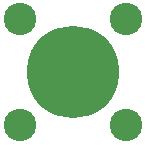
<source format=gbr>
G04 DipTrace 2.4.0.1*
%INBottomMask.gbr*%
%MOIN*%
%ADD29C,0.108*%
%ADD31C,0.308*%
%FSLAX44Y44*%
G04*
G70*
G90*
G75*
G01*
%LNBotMask*%
%LPD*%
D31*
X6815Y7315D3*
D29*
X8583Y5547D3*
X5047D3*
Y9083D3*
X8583D3*
M02*

</source>
